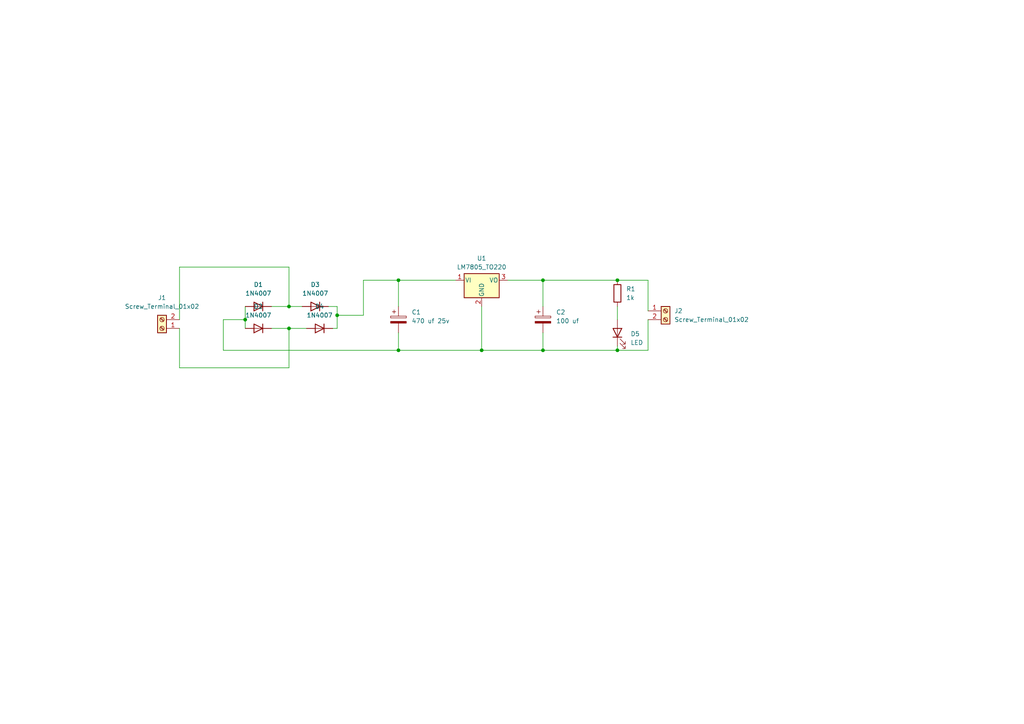
<source format=kicad_sch>
(kicad_sch
	(version 20231120)
	(generator "eeschema")
	(generator_version "8.0")
	(uuid "ff39258f-85be-41b2-a9da-923516b14ed2")
	(paper "A4")
	(title_block
		(title "Power Module")
		(date "2024-07-16")
		(company "Harsha")
	)
	(lib_symbols
		(symbol "Connector:Screw_Terminal_01x02"
			(pin_names
				(offset 1.016) hide)
			(exclude_from_sim no)
			(in_bom yes)
			(on_board yes)
			(property "Reference" "J"
				(at 0 2.54 0)
				(effects
					(font
						(size 1.27 1.27)
					)
				)
			)
			(property "Value" "Screw_Terminal_01x02"
				(at 0 -5.08 0)
				(effects
					(font
						(size 1.27 1.27)
					)
				)
			)
			(property "Footprint" ""
				(at 0 0 0)
				(effects
					(font
						(size 1.27 1.27)
					)
					(hide yes)
				)
			)
			(property "Datasheet" "~"
				(at 0 0 0)
				(effects
					(font
						(size 1.27 1.27)
					)
					(hide yes)
				)
			)
			(property "Description" "Generic screw terminal, single row, 01x02, script generated (kicad-library-utils/schlib/autogen/connector/)"
				(at 0 0 0)
				(effects
					(font
						(size 1.27 1.27)
					)
					(hide yes)
				)
			)
			(property "ki_keywords" "screw terminal"
				(at 0 0 0)
				(effects
					(font
						(size 1.27 1.27)
					)
					(hide yes)
				)
			)
			(property "ki_fp_filters" "TerminalBlock*:*"
				(at 0 0 0)
				(effects
					(font
						(size 1.27 1.27)
					)
					(hide yes)
				)
			)
			(symbol "Screw_Terminal_01x02_1_1"
				(rectangle
					(start -1.27 1.27)
					(end 1.27 -3.81)
					(stroke
						(width 0.254)
						(type default)
					)
					(fill
						(type background)
					)
				)
				(circle
					(center 0 -2.54)
					(radius 0.635)
					(stroke
						(width 0.1524)
						(type default)
					)
					(fill
						(type none)
					)
				)
				(polyline
					(pts
						(xy -0.5334 -2.2098) (xy 0.3302 -3.048)
					)
					(stroke
						(width 0.1524)
						(type default)
					)
					(fill
						(type none)
					)
				)
				(polyline
					(pts
						(xy -0.5334 0.3302) (xy 0.3302 -0.508)
					)
					(stroke
						(width 0.1524)
						(type default)
					)
					(fill
						(type none)
					)
				)
				(polyline
					(pts
						(xy -0.3556 -2.032) (xy 0.508 -2.8702)
					)
					(stroke
						(width 0.1524)
						(type default)
					)
					(fill
						(type none)
					)
				)
				(polyline
					(pts
						(xy -0.3556 0.508) (xy 0.508 -0.3302)
					)
					(stroke
						(width 0.1524)
						(type default)
					)
					(fill
						(type none)
					)
				)
				(circle
					(center 0 0)
					(radius 0.635)
					(stroke
						(width 0.1524)
						(type default)
					)
					(fill
						(type none)
					)
				)
				(pin passive line
					(at -5.08 0 0)
					(length 3.81)
					(name "Pin_1"
						(effects
							(font
								(size 1.27 1.27)
							)
						)
					)
					(number "1"
						(effects
							(font
								(size 1.27 1.27)
							)
						)
					)
				)
				(pin passive line
					(at -5.08 -2.54 0)
					(length 3.81)
					(name "Pin_2"
						(effects
							(font
								(size 1.27 1.27)
							)
						)
					)
					(number "2"
						(effects
							(font
								(size 1.27 1.27)
							)
						)
					)
				)
			)
		)
		(symbol "Device:C_Polarized"
			(pin_numbers hide)
			(pin_names
				(offset 0.254)
			)
			(exclude_from_sim no)
			(in_bom yes)
			(on_board yes)
			(property "Reference" "C"
				(at 0.635 2.54 0)
				(effects
					(font
						(size 1.27 1.27)
					)
					(justify left)
				)
			)
			(property "Value" "C_Polarized"
				(at 0.635 -2.54 0)
				(effects
					(font
						(size 1.27 1.27)
					)
					(justify left)
				)
			)
			(property "Footprint" ""
				(at 0.9652 -3.81 0)
				(effects
					(font
						(size 1.27 1.27)
					)
					(hide yes)
				)
			)
			(property "Datasheet" "~"
				(at 0 0 0)
				(effects
					(font
						(size 1.27 1.27)
					)
					(hide yes)
				)
			)
			(property "Description" "Polarized capacitor"
				(at 0 0 0)
				(effects
					(font
						(size 1.27 1.27)
					)
					(hide yes)
				)
			)
			(property "ki_keywords" "cap capacitor"
				(at 0 0 0)
				(effects
					(font
						(size 1.27 1.27)
					)
					(hide yes)
				)
			)
			(property "ki_fp_filters" "CP_*"
				(at 0 0 0)
				(effects
					(font
						(size 1.27 1.27)
					)
					(hide yes)
				)
			)
			(symbol "C_Polarized_0_1"
				(rectangle
					(start -2.286 0.508)
					(end 2.286 1.016)
					(stroke
						(width 0)
						(type default)
					)
					(fill
						(type none)
					)
				)
				(polyline
					(pts
						(xy -1.778 2.286) (xy -0.762 2.286)
					)
					(stroke
						(width 0)
						(type default)
					)
					(fill
						(type none)
					)
				)
				(polyline
					(pts
						(xy -1.27 2.794) (xy -1.27 1.778)
					)
					(stroke
						(width 0)
						(type default)
					)
					(fill
						(type none)
					)
				)
				(rectangle
					(start 2.286 -0.508)
					(end -2.286 -1.016)
					(stroke
						(width 0)
						(type default)
					)
					(fill
						(type outline)
					)
				)
			)
			(symbol "C_Polarized_1_1"
				(pin passive line
					(at 0 3.81 270)
					(length 2.794)
					(name "~"
						(effects
							(font
								(size 1.27 1.27)
							)
						)
					)
					(number "1"
						(effects
							(font
								(size 1.27 1.27)
							)
						)
					)
				)
				(pin passive line
					(at 0 -3.81 90)
					(length 2.794)
					(name "~"
						(effects
							(font
								(size 1.27 1.27)
							)
						)
					)
					(number "2"
						(effects
							(font
								(size 1.27 1.27)
							)
						)
					)
				)
			)
		)
		(symbol "Device:LED"
			(pin_numbers hide)
			(pin_names
				(offset 1.016) hide)
			(exclude_from_sim no)
			(in_bom yes)
			(on_board yes)
			(property "Reference" "D"
				(at 0 2.54 0)
				(effects
					(font
						(size 1.27 1.27)
					)
				)
			)
			(property "Value" "LED"
				(at 0 -2.54 0)
				(effects
					(font
						(size 1.27 1.27)
					)
				)
			)
			(property "Footprint" ""
				(at 0 0 0)
				(effects
					(font
						(size 1.27 1.27)
					)
					(hide yes)
				)
			)
			(property "Datasheet" "~"
				(at 0 0 0)
				(effects
					(font
						(size 1.27 1.27)
					)
					(hide yes)
				)
			)
			(property "Description" "Light emitting diode"
				(at 0 0 0)
				(effects
					(font
						(size 1.27 1.27)
					)
					(hide yes)
				)
			)
			(property "ki_keywords" "LED diode"
				(at 0 0 0)
				(effects
					(font
						(size 1.27 1.27)
					)
					(hide yes)
				)
			)
			(property "ki_fp_filters" "LED* LED_SMD:* LED_THT:*"
				(at 0 0 0)
				(effects
					(font
						(size 1.27 1.27)
					)
					(hide yes)
				)
			)
			(symbol "LED_0_1"
				(polyline
					(pts
						(xy -1.27 -1.27) (xy -1.27 1.27)
					)
					(stroke
						(width 0.254)
						(type default)
					)
					(fill
						(type none)
					)
				)
				(polyline
					(pts
						(xy -1.27 0) (xy 1.27 0)
					)
					(stroke
						(width 0)
						(type default)
					)
					(fill
						(type none)
					)
				)
				(polyline
					(pts
						(xy 1.27 -1.27) (xy 1.27 1.27) (xy -1.27 0) (xy 1.27 -1.27)
					)
					(stroke
						(width 0.254)
						(type default)
					)
					(fill
						(type none)
					)
				)
				(polyline
					(pts
						(xy -3.048 -0.762) (xy -4.572 -2.286) (xy -3.81 -2.286) (xy -4.572 -2.286) (xy -4.572 -1.524)
					)
					(stroke
						(width 0)
						(type default)
					)
					(fill
						(type none)
					)
				)
				(polyline
					(pts
						(xy -1.778 -0.762) (xy -3.302 -2.286) (xy -2.54 -2.286) (xy -3.302 -2.286) (xy -3.302 -1.524)
					)
					(stroke
						(width 0)
						(type default)
					)
					(fill
						(type none)
					)
				)
			)
			(symbol "LED_1_1"
				(pin passive line
					(at -3.81 0 0)
					(length 2.54)
					(name "K"
						(effects
							(font
								(size 1.27 1.27)
							)
						)
					)
					(number "1"
						(effects
							(font
								(size 1.27 1.27)
							)
						)
					)
				)
				(pin passive line
					(at 3.81 0 180)
					(length 2.54)
					(name "A"
						(effects
							(font
								(size 1.27 1.27)
							)
						)
					)
					(number "2"
						(effects
							(font
								(size 1.27 1.27)
							)
						)
					)
				)
			)
		)
		(symbol "Device:R"
			(pin_numbers hide)
			(pin_names
				(offset 0)
			)
			(exclude_from_sim no)
			(in_bom yes)
			(on_board yes)
			(property "Reference" "R"
				(at 2.032 0 90)
				(effects
					(font
						(size 1.27 1.27)
					)
				)
			)
			(property "Value" "R"
				(at 0 0 90)
				(effects
					(font
						(size 1.27 1.27)
					)
				)
			)
			(property "Footprint" ""
				(at -1.778 0 90)
				(effects
					(font
						(size 1.27 1.27)
					)
					(hide yes)
				)
			)
			(property "Datasheet" "~"
				(at 0 0 0)
				(effects
					(font
						(size 1.27 1.27)
					)
					(hide yes)
				)
			)
			(property "Description" "Resistor"
				(at 0 0 0)
				(effects
					(font
						(size 1.27 1.27)
					)
					(hide yes)
				)
			)
			(property "ki_keywords" "R res resistor"
				(at 0 0 0)
				(effects
					(font
						(size 1.27 1.27)
					)
					(hide yes)
				)
			)
			(property "ki_fp_filters" "R_*"
				(at 0 0 0)
				(effects
					(font
						(size 1.27 1.27)
					)
					(hide yes)
				)
			)
			(symbol "R_0_1"
				(rectangle
					(start -1.016 -2.54)
					(end 1.016 2.54)
					(stroke
						(width 0.254)
						(type default)
					)
					(fill
						(type none)
					)
				)
			)
			(symbol "R_1_1"
				(pin passive line
					(at 0 3.81 270)
					(length 1.27)
					(name "~"
						(effects
							(font
								(size 1.27 1.27)
							)
						)
					)
					(number "1"
						(effects
							(font
								(size 1.27 1.27)
							)
						)
					)
				)
				(pin passive line
					(at 0 -3.81 90)
					(length 1.27)
					(name "~"
						(effects
							(font
								(size 1.27 1.27)
							)
						)
					)
					(number "2"
						(effects
							(font
								(size 1.27 1.27)
							)
						)
					)
				)
			)
		)
		(symbol "Diode:1N4007"
			(pin_numbers hide)
			(pin_names hide)
			(exclude_from_sim no)
			(in_bom yes)
			(on_board yes)
			(property "Reference" "D"
				(at 0 2.54 0)
				(effects
					(font
						(size 1.27 1.27)
					)
				)
			)
			(property "Value" "1N4007"
				(at 0 -2.54 0)
				(effects
					(font
						(size 1.27 1.27)
					)
				)
			)
			(property "Footprint" "Diode_THT:D_DO-41_SOD81_P10.16mm_Horizontal"
				(at 0 -4.445 0)
				(effects
					(font
						(size 1.27 1.27)
					)
					(hide yes)
				)
			)
			(property "Datasheet" "http://www.vishay.com/docs/88503/1n4001.pdf"
				(at 0 0 0)
				(effects
					(font
						(size 1.27 1.27)
					)
					(hide yes)
				)
			)
			(property "Description" "1000V 1A General Purpose Rectifier Diode, DO-41"
				(at 0 0 0)
				(effects
					(font
						(size 1.27 1.27)
					)
					(hide yes)
				)
			)
			(property "Sim.Device" "D"
				(at 0 0 0)
				(effects
					(font
						(size 1.27 1.27)
					)
					(hide yes)
				)
			)
			(property "Sim.Pins" "1=K 2=A"
				(at 0 0 0)
				(effects
					(font
						(size 1.27 1.27)
					)
					(hide yes)
				)
			)
			(property "ki_keywords" "diode"
				(at 0 0 0)
				(effects
					(font
						(size 1.27 1.27)
					)
					(hide yes)
				)
			)
			(property "ki_fp_filters" "D*DO?41*"
				(at 0 0 0)
				(effects
					(font
						(size 1.27 1.27)
					)
					(hide yes)
				)
			)
			(symbol "1N4007_0_1"
				(polyline
					(pts
						(xy -1.27 1.27) (xy -1.27 -1.27)
					)
					(stroke
						(width 0.254)
						(type default)
					)
					(fill
						(type none)
					)
				)
				(polyline
					(pts
						(xy 1.27 0) (xy -1.27 0)
					)
					(stroke
						(width 0)
						(type default)
					)
					(fill
						(type none)
					)
				)
				(polyline
					(pts
						(xy 1.27 1.27) (xy 1.27 -1.27) (xy -1.27 0) (xy 1.27 1.27)
					)
					(stroke
						(width 0.254)
						(type default)
					)
					(fill
						(type none)
					)
				)
			)
			(symbol "1N4007_1_1"
				(pin passive line
					(at -3.81 0 0)
					(length 2.54)
					(name "K"
						(effects
							(font
								(size 1.27 1.27)
							)
						)
					)
					(number "1"
						(effects
							(font
								(size 1.27 1.27)
							)
						)
					)
				)
				(pin passive line
					(at 3.81 0 180)
					(length 2.54)
					(name "A"
						(effects
							(font
								(size 1.27 1.27)
							)
						)
					)
					(number "2"
						(effects
							(font
								(size 1.27 1.27)
							)
						)
					)
				)
			)
		)
		(symbol "Regulator_Linear:LM7805_TO220"
			(pin_names
				(offset 0.254)
			)
			(exclude_from_sim no)
			(in_bom yes)
			(on_board yes)
			(property "Reference" "U"
				(at -3.81 3.175 0)
				(effects
					(font
						(size 1.27 1.27)
					)
				)
			)
			(property "Value" "LM7805_TO220"
				(at 0 3.175 0)
				(effects
					(font
						(size 1.27 1.27)
					)
					(justify left)
				)
			)
			(property "Footprint" "Package_TO_SOT_THT:TO-220-3_Vertical"
				(at 0 5.715 0)
				(effects
					(font
						(size 1.27 1.27)
						(italic yes)
					)
					(hide yes)
				)
			)
			(property "Datasheet" "https://www.onsemi.cn/PowerSolutions/document/MC7800-D.PDF"
				(at 0 -1.27 0)
				(effects
					(font
						(size 1.27 1.27)
					)
					(hide yes)
				)
			)
			(property "Description" "Positive 1A 35V Linear Regulator, Fixed Output 5V, TO-220"
				(at 0 0 0)
				(effects
					(font
						(size 1.27 1.27)
					)
					(hide yes)
				)
			)
			(property "ki_keywords" "Voltage Regulator 1A Positive"
				(at 0 0 0)
				(effects
					(font
						(size 1.27 1.27)
					)
					(hide yes)
				)
			)
			(property "ki_fp_filters" "TO?220*"
				(at 0 0 0)
				(effects
					(font
						(size 1.27 1.27)
					)
					(hide yes)
				)
			)
			(symbol "LM7805_TO220_0_1"
				(rectangle
					(start -5.08 1.905)
					(end 5.08 -5.08)
					(stroke
						(width 0.254)
						(type default)
					)
					(fill
						(type background)
					)
				)
			)
			(symbol "LM7805_TO220_1_1"
				(pin power_in line
					(at -7.62 0 0)
					(length 2.54)
					(name "VI"
						(effects
							(font
								(size 1.27 1.27)
							)
						)
					)
					(number "1"
						(effects
							(font
								(size 1.27 1.27)
							)
						)
					)
				)
				(pin power_in line
					(at 0 -7.62 90)
					(length 2.54)
					(name "GND"
						(effects
							(font
								(size 1.27 1.27)
							)
						)
					)
					(number "2"
						(effects
							(font
								(size 1.27 1.27)
							)
						)
					)
				)
				(pin power_out line
					(at 7.62 0 180)
					(length 2.54)
					(name "VO"
						(effects
							(font
								(size 1.27 1.27)
							)
						)
					)
					(number "3"
						(effects
							(font
								(size 1.27 1.27)
							)
						)
					)
				)
			)
		)
	)
	(junction
		(at 179.07 101.6)
		(diameter 0)
		(color 0 0 0 0)
		(uuid "37bf60e0-4f84-4611-a8ba-63146f636b1f")
	)
	(junction
		(at 115.57 101.6)
		(diameter 0)
		(color 0 0 0 0)
		(uuid "52d01af9-a20c-4d0f-9411-cebdfa6ae962")
	)
	(junction
		(at 139.7 101.6)
		(diameter 0)
		(color 0 0 0 0)
		(uuid "5fc076d5-8168-4433-8add-61118e926217")
	)
	(junction
		(at 83.82 95.25)
		(diameter 0)
		(color 0 0 0 0)
		(uuid "ac60c468-0e8e-4348-b3b0-4cac20f2adeb")
	)
	(junction
		(at 157.48 81.28)
		(diameter 0)
		(color 0 0 0 0)
		(uuid "b32d9c9c-2639-4792-b9ec-70ec5d8e9883")
	)
	(junction
		(at 97.79 91.44)
		(diameter 0)
		(color 0 0 0 0)
		(uuid "c0fbe56b-4564-4f4f-b1a6-85a8dcf2c35b")
	)
	(junction
		(at 157.48 101.6)
		(diameter 0)
		(color 0 0 0 0)
		(uuid "c9a36f2e-df33-485b-9ddf-5727dd1a91de")
	)
	(junction
		(at 83.82 88.9)
		(diameter 0)
		(color 0 0 0 0)
		(uuid "e59ac6cb-663d-4c98-8aef-af684662afe0")
	)
	(junction
		(at 71.12 92.71)
		(diameter 0)
		(color 0 0 0 0)
		(uuid "ea55abce-9a79-41bd-993c-37d281827e44")
	)
	(junction
		(at 115.57 81.28)
		(diameter 0)
		(color 0 0 0 0)
		(uuid "ec9f3e5b-80bb-454e-9d04-64e3b2c63aed")
	)
	(junction
		(at 179.07 81.28)
		(diameter 0)
		(color 0 0 0 0)
		(uuid "f7036d16-b9c7-4567-ba5f-5e5b6babef35")
	)
	(wire
		(pts
			(xy 97.79 91.44) (xy 105.41 91.44)
		)
		(stroke
			(width 0)
			(type default)
		)
		(uuid "03dd2b9c-5339-4776-9987-f06aed0be238")
	)
	(wire
		(pts
			(xy 139.7 101.6) (xy 139.7 88.9)
		)
		(stroke
			(width 0)
			(type default)
		)
		(uuid "0cb76551-be48-47a0-83bc-1d41dc9cbda5")
	)
	(wire
		(pts
			(xy 83.82 106.68) (xy 83.82 95.25)
		)
		(stroke
			(width 0)
			(type default)
		)
		(uuid "0ec87421-dc46-4733-b02d-46ef30ad4188")
	)
	(wire
		(pts
			(xy 157.48 96.52) (xy 157.48 101.6)
		)
		(stroke
			(width 0)
			(type default)
		)
		(uuid "150cdea2-a308-4857-b156-90729bab7adc")
	)
	(wire
		(pts
			(xy 52.07 77.47) (xy 83.82 77.47)
		)
		(stroke
			(width 0)
			(type default)
		)
		(uuid "1c3243c6-475b-4fb4-8a27-0d4bcaa3f14d")
	)
	(wire
		(pts
			(xy 179.07 101.6) (xy 179.07 100.33)
		)
		(stroke
			(width 0)
			(type default)
		)
		(uuid "1eb942cc-f544-41a0-9303-294094b166cf")
	)
	(wire
		(pts
			(xy 52.07 106.68) (xy 83.82 106.68)
		)
		(stroke
			(width 0)
			(type default)
		)
		(uuid "24447d33-ef25-4e67-85ed-26b17eee03e9")
	)
	(wire
		(pts
			(xy 71.12 92.71) (xy 64.77 92.71)
		)
		(stroke
			(width 0)
			(type default)
		)
		(uuid "26ba60d0-1012-4d88-b86e-a7d5768dd52e")
	)
	(wire
		(pts
			(xy 187.96 81.28) (xy 179.07 81.28)
		)
		(stroke
			(width 0)
			(type default)
		)
		(uuid "3f36dc48-df3b-4865-b5ae-c4955c6b5ea3")
	)
	(wire
		(pts
			(xy 157.48 81.28) (xy 157.48 88.9)
		)
		(stroke
			(width 0)
			(type default)
		)
		(uuid "41bbc898-6799-4a01-951f-a221f9dfdec8")
	)
	(wire
		(pts
			(xy 71.12 92.71) (xy 71.12 95.25)
		)
		(stroke
			(width 0)
			(type default)
		)
		(uuid "4dce4623-ac1b-4a93-be44-e965268cd785")
	)
	(wire
		(pts
			(xy 52.07 95.25) (xy 52.07 106.68)
		)
		(stroke
			(width 0)
			(type default)
		)
		(uuid "4ef17e95-49b4-43b1-8b6d-5f523c3d8f3f")
	)
	(wire
		(pts
			(xy 71.12 88.9) (xy 71.12 92.71)
		)
		(stroke
			(width 0)
			(type default)
		)
		(uuid "5a617773-b4e5-405e-921c-0fd64b9f4741")
	)
	(wire
		(pts
			(xy 83.82 95.25) (xy 88.9 95.25)
		)
		(stroke
			(width 0)
			(type default)
		)
		(uuid "5b023bf8-be0a-4e2e-9c4b-70bd654b4ee8")
	)
	(wire
		(pts
			(xy 187.96 101.6) (xy 179.07 101.6)
		)
		(stroke
			(width 0)
			(type default)
		)
		(uuid "5db3ca82-3f1b-41ba-8a4c-0f6667b3422f")
	)
	(wire
		(pts
			(xy 179.07 88.9) (xy 179.07 92.71)
		)
		(stroke
			(width 0)
			(type default)
		)
		(uuid "6be74129-a79c-4614-bfde-deb202692068")
	)
	(wire
		(pts
			(xy 105.41 81.28) (xy 115.57 81.28)
		)
		(stroke
			(width 0)
			(type default)
		)
		(uuid "77d343a9-e5e8-493b-a803-94562aa9232b")
	)
	(wire
		(pts
			(xy 83.82 77.47) (xy 83.82 88.9)
		)
		(stroke
			(width 0)
			(type default)
		)
		(uuid "8099b146-5f1e-4471-b41e-a5be0345ce00")
	)
	(wire
		(pts
			(xy 83.82 88.9) (xy 87.63 88.9)
		)
		(stroke
			(width 0)
			(type default)
		)
		(uuid "88a04d38-2393-4d8c-a84c-98cf760a958b")
	)
	(wire
		(pts
			(xy 157.48 101.6) (xy 179.07 101.6)
		)
		(stroke
			(width 0)
			(type default)
		)
		(uuid "8f838a56-b548-44b8-9a03-b53a7aa7821c")
	)
	(wire
		(pts
			(xy 115.57 96.52) (xy 115.57 101.6)
		)
		(stroke
			(width 0)
			(type default)
		)
		(uuid "92b8d443-69ed-4431-b873-e9da218d256e")
	)
	(wire
		(pts
			(xy 115.57 101.6) (xy 139.7 101.6)
		)
		(stroke
			(width 0)
			(type default)
		)
		(uuid "9360e730-85c0-413b-a005-0fbaa8826e8a")
	)
	(wire
		(pts
			(xy 187.96 92.71) (xy 187.96 101.6)
		)
		(stroke
			(width 0)
			(type default)
		)
		(uuid "953df231-3023-4723-8f3c-d0ef1fe14129")
	)
	(wire
		(pts
			(xy 147.32 81.28) (xy 157.48 81.28)
		)
		(stroke
			(width 0)
			(type default)
		)
		(uuid "9f8fff6a-61f8-481c-971d-aa8bb03a6c42")
	)
	(wire
		(pts
			(xy 64.77 92.71) (xy 64.77 101.6)
		)
		(stroke
			(width 0)
			(type default)
		)
		(uuid "ae0fa19b-c818-4477-b76d-66380e717e51")
	)
	(wire
		(pts
			(xy 157.48 81.28) (xy 179.07 81.28)
		)
		(stroke
			(width 0)
			(type default)
		)
		(uuid "b7a82db7-d93a-49b9-ac61-e648e809ef69")
	)
	(wire
		(pts
			(xy 187.96 90.17) (xy 187.96 81.28)
		)
		(stroke
			(width 0)
			(type default)
		)
		(uuid "b982b89d-04eb-4093-9727-f7cf56d39219")
	)
	(wire
		(pts
			(xy 78.74 88.9) (xy 83.82 88.9)
		)
		(stroke
			(width 0)
			(type default)
		)
		(uuid "bdcb6692-9203-43ce-b287-c2e45683c983")
	)
	(wire
		(pts
			(xy 52.07 92.71) (xy 52.07 77.47)
		)
		(stroke
			(width 0)
			(type default)
		)
		(uuid "cf88587f-9913-411a-a1a6-f9a834dab68c")
	)
	(wire
		(pts
			(xy 105.41 91.44) (xy 105.41 81.28)
		)
		(stroke
			(width 0)
			(type default)
		)
		(uuid "dcb7e303-f9a8-41ca-9aec-d34de813beab")
	)
	(wire
		(pts
			(xy 95.25 88.9) (xy 97.79 88.9)
		)
		(stroke
			(width 0)
			(type default)
		)
		(uuid "ddfa916d-3b04-411c-9aa2-f685e7605311")
	)
	(wire
		(pts
			(xy 97.79 88.9) (xy 97.79 91.44)
		)
		(stroke
			(width 0)
			(type default)
		)
		(uuid "e7ebe2a8-5522-4ddf-add0-d25fd77b63bc")
	)
	(wire
		(pts
			(xy 97.79 95.25) (xy 96.52 95.25)
		)
		(stroke
			(width 0)
			(type default)
		)
		(uuid "ee405bcf-4c0e-4461-b597-5a4ccef5b4f8")
	)
	(wire
		(pts
			(xy 115.57 81.28) (xy 115.57 88.9)
		)
		(stroke
			(width 0)
			(type default)
		)
		(uuid "f14026d1-06a0-4f49-a4e5-acac0aa8ef5b")
	)
	(wire
		(pts
			(xy 64.77 101.6) (xy 115.57 101.6)
		)
		(stroke
			(width 0)
			(type default)
		)
		(uuid "f24dc780-9c19-457b-b29d-ec226fc6e46a")
	)
	(wire
		(pts
			(xy 97.79 91.44) (xy 97.79 95.25)
		)
		(stroke
			(width 0)
			(type default)
		)
		(uuid "f2ccc27b-c927-4264-aadc-46f4356ab9a0")
	)
	(wire
		(pts
			(xy 157.48 101.6) (xy 139.7 101.6)
		)
		(stroke
			(width 0)
			(type default)
		)
		(uuid "f3bfa053-4574-4aff-b89d-0ec950a1b62e")
	)
	(wire
		(pts
			(xy 78.74 95.25) (xy 83.82 95.25)
		)
		(stroke
			(width 0)
			(type default)
		)
		(uuid "f9f8606d-f572-4dfa-92ba-c3d0c60c74e8")
	)
	(wire
		(pts
			(xy 115.57 81.28) (xy 132.08 81.28)
		)
		(stroke
			(width 0)
			(type default)
		)
		(uuid "fc25a115-1d33-497b-a5a1-d51a95a0a129")
	)
	(symbol
		(lib_id "Device:C_Polarized")
		(at 115.57 92.71 0)
		(unit 1)
		(exclude_from_sim no)
		(in_bom yes)
		(on_board yes)
		(dnp no)
		(fields_autoplaced yes)
		(uuid "2bded53b-6682-4d7e-88d2-2d38a66e1e06")
		(property "Reference" "C1"
			(at 119.38 90.5509 0)
			(effects
				(font
					(size 1.27 1.27)
				)
				(justify left)
			)
		)
		(property "Value" "470 uf 25v"
			(at 119.38 93.0909 0)
			(effects
				(font
					(size 1.27 1.27)
				)
				(justify left)
			)
		)
		(property "Footprint" "Capacitor_THT:CP_Radial_D8.0mm_P3.50mm"
			(at 116.5352 96.52 0)
			(effects
				(font
					(size 1.27 1.27)
				)
				(hide yes)
			)
		)
		(property "Datasheet" "~"
			(at 115.57 92.71 0)
			(effects
				(font
					(size 1.27 1.27)
				)
				(hide yes)
			)
		)
		(property "Description" "Polarized capacitor"
			(at 115.57 92.71 0)
			(effects
				(font
					(size 1.27 1.27)
				)
				(hide yes)
			)
		)
		(pin "2"
			(uuid "8eb13a19-9980-411e-b99f-6762ddff1449")
		)
		(pin "1"
			(uuid "516e0b6d-156d-4581-a86c-907d573c1d80")
		)
		(instances
			(project ""
				(path "/ff39258f-85be-41b2-a9da-923516b14ed2"
					(reference "C1")
					(unit 1)
				)
			)
		)
	)
	(symbol
		(lib_id "Device:R")
		(at 179.07 85.09 0)
		(unit 1)
		(exclude_from_sim no)
		(in_bom yes)
		(on_board yes)
		(dnp no)
		(fields_autoplaced yes)
		(uuid "41f11913-b413-4442-b975-85ff0ac98a77")
		(property "Reference" "R1"
			(at 181.61 83.8199 0)
			(effects
				(font
					(size 1.27 1.27)
				)
				(justify left)
			)
		)
		(property "Value" "1k"
			(at 181.61 86.3599 0)
			(effects
				(font
					(size 1.27 1.27)
				)
				(justify left)
			)
		)
		(property "Footprint" "Relay_THT:Relay_DPDT_Omron_G5V-2"
			(at 177.292 85.09 90)
			(effects
				(font
					(size 1.27 1.27)
				)
				(hide yes)
			)
		)
		(property "Datasheet" "~"
			(at 179.07 85.09 0)
			(effects
				(font
					(size 1.27 1.27)
				)
				(hide yes)
			)
		)
		(property "Description" "Resistor"
			(at 179.07 85.09 0)
			(effects
				(font
					(size 1.27 1.27)
				)
				(hide yes)
			)
		)
		(pin "1"
			(uuid "33642e70-e68b-4d06-a59c-d7759b9955c8")
		)
		(pin "2"
			(uuid "389cb0c2-d871-405f-bf4f-327facd5ea16")
		)
		(instances
			(project ""
				(path "/ff39258f-85be-41b2-a9da-923516b14ed2"
					(reference "R1")
					(unit 1)
				)
			)
		)
	)
	(symbol
		(lib_id "Device:LED")
		(at 179.07 96.52 90)
		(unit 1)
		(exclude_from_sim no)
		(in_bom yes)
		(on_board yes)
		(dnp no)
		(fields_autoplaced yes)
		(uuid "54f96d22-d321-4f95-8c6c-9eccb4863ff5")
		(property "Reference" "D5"
			(at 182.88 96.8374 90)
			(effects
				(font
					(size 1.27 1.27)
				)
				(justify right)
			)
		)
		(property "Value" "LED"
			(at 182.88 99.3774 90)
			(effects
				(font
					(size 1.27 1.27)
				)
				(justify right)
			)
		)
		(property "Footprint" "LED_THT:LED_D5.0mm"
			(at 179.07 96.52 0)
			(effects
				(font
					(size 1.27 1.27)
				)
				(hide yes)
			)
		)
		(property "Datasheet" "~"
			(at 179.07 96.52 0)
			(effects
				(font
					(size 1.27 1.27)
				)
				(hide yes)
			)
		)
		(property "Description" "Light emitting diode"
			(at 179.07 96.52 0)
			(effects
				(font
					(size 1.27 1.27)
				)
				(hide yes)
			)
		)
		(pin "2"
			(uuid "0209195a-69cc-418f-8cbd-f8eb61cf8917")
		)
		(pin "1"
			(uuid "37ff0e7c-1852-4525-8c2a-7cba31080584")
		)
		(instances
			(project ""
				(path "/ff39258f-85be-41b2-a9da-923516b14ed2"
					(reference "D5")
					(unit 1)
				)
			)
		)
	)
	(symbol
		(lib_id "Connector:Screw_Terminal_01x02")
		(at 193.04 90.17 0)
		(unit 1)
		(exclude_from_sim no)
		(in_bom yes)
		(on_board yes)
		(dnp no)
		(fields_autoplaced yes)
		(uuid "6999bcd5-6ab1-4096-8062-c3015287a95b")
		(property "Reference" "J2"
			(at 195.58 90.1699 0)
			(effects
				(font
					(size 1.27 1.27)
				)
				(justify left)
			)
		)
		(property "Value" "Screw_Terminal_01x02"
			(at 195.58 92.7099 0)
			(effects
				(font
					(size 1.27 1.27)
				)
				(justify left)
			)
		)
		(property "Footprint" "TerminalBlock:TerminalBlock_Wuerth_691311400102_P7.62mm"
			(at 193.04 90.17 0)
			(effects
				(font
					(size 1.27 1.27)
				)
				(hide yes)
			)
		)
		(property "Datasheet" "~"
			(at 193.04 90.17 0)
			(effects
				(font
					(size 1.27 1.27)
				)
				(hide yes)
			)
		)
		(property "Description" "Generic screw terminal, single row, 01x02, script generated (kicad-library-utils/schlib/autogen/connector/)"
			(at 193.04 90.17 0)
			(effects
				(font
					(size 1.27 1.27)
				)
				(hide yes)
			)
		)
		(pin "2"
			(uuid "c429e979-d8be-478e-a52d-cc8dec49ebb4")
		)
		(pin "1"
			(uuid "462588c9-7d4e-4122-a5b7-61abb0d9df13")
		)
		(instances
			(project ""
				(path "/ff39258f-85be-41b2-a9da-923516b14ed2"
					(reference "J2")
					(unit 1)
				)
			)
		)
	)
	(symbol
		(lib_id "Device:C_Polarized")
		(at 157.48 92.71 0)
		(unit 1)
		(exclude_from_sim no)
		(in_bom yes)
		(on_board yes)
		(dnp no)
		(fields_autoplaced yes)
		(uuid "6c9dc212-477f-4fd5-88da-5895cb48ed18")
		(property "Reference" "C2"
			(at 161.29 90.5509 0)
			(effects
				(font
					(size 1.27 1.27)
				)
				(justify left)
			)
		)
		(property "Value" "100 uf"
			(at 161.29 93.0909 0)
			(effects
				(font
					(size 1.27 1.27)
				)
				(justify left)
			)
		)
		(property "Footprint" "Capacitor_THT:CP_Radial_D7.5mm_P2.50mm"
			(at 158.4452 96.52 0)
			(effects
				(font
					(size 1.27 1.27)
				)
				(hide yes)
			)
		)
		(property "Datasheet" "~"
			(at 157.48 92.71 0)
			(effects
				(font
					(size 1.27 1.27)
				)
				(hide yes)
			)
		)
		(property "Description" "Polarized capacitor"
			(at 157.48 92.71 0)
			(effects
				(font
					(size 1.27 1.27)
				)
				(hide yes)
			)
		)
		(pin "1"
			(uuid "9777ceb8-83f2-40b1-8ce0-f4811cde0406")
		)
		(pin "2"
			(uuid "ad71ab42-ec91-44d9-bd59-fdb1096d53d5")
		)
		(instances
			(project ""
				(path "/ff39258f-85be-41b2-a9da-923516b14ed2"
					(reference "C2")
					(unit 1)
				)
			)
		)
	)
	(symbol
		(lib_id "Diode:1N4007")
		(at 92.71 95.25 180)
		(unit 1)
		(exclude_from_sim no)
		(in_bom yes)
		(on_board yes)
		(dnp no)
		(fields_autoplaced yes)
		(uuid "78267b6f-86c2-48a4-9cb8-7f559fe4b1c1")
		(property "Reference" "D4"
			(at 92.71 88.9 0)
			(effects
				(font
					(size 1.27 1.27)
				)
			)
		)
		(property "Value" "1N4007"
			(at 92.71 91.44 0)
			(effects
				(font
					(size 1.27 1.27)
				)
			)
		)
		(property "Footprint" "Diode_THT:D_DO-41_SOD81_P10.16mm_Horizontal"
			(at 92.71 90.805 0)
			(effects
				(font
					(size 1.27 1.27)
				)
				(hide yes)
			)
		)
		(property "Datasheet" "http://www.vishay.com/docs/88503/1n4001.pdf"
			(at 92.71 95.25 0)
			(effects
				(font
					(size 1.27 1.27)
				)
				(hide yes)
			)
		)
		(property "Description" "1000V 1A General Purpose Rectifier Diode, DO-41"
			(at 92.71 95.25 0)
			(effects
				(font
					(size 1.27 1.27)
				)
				(hide yes)
			)
		)
		(property "Sim.Device" "D"
			(at 92.71 95.25 0)
			(effects
				(font
					(size 1.27 1.27)
				)
				(hide yes)
			)
		)
		(property "Sim.Pins" "1=K 2=A"
			(at 92.71 95.25 0)
			(effects
				(font
					(size 1.27 1.27)
				)
				(hide yes)
			)
		)
		(pin "2"
			(uuid "74527824-e304-4c14-a626-f65d921d960f")
		)
		(pin "1"
			(uuid "f6989371-ed6c-4de0-b6b8-ca755e4e1563")
		)
		(instances
			(project ""
				(path "/ff39258f-85be-41b2-a9da-923516b14ed2"
					(reference "D4")
					(unit 1)
				)
			)
		)
	)
	(symbol
		(lib_id "Connector:Screw_Terminal_01x02")
		(at 46.99 95.25 180)
		(unit 1)
		(exclude_from_sim no)
		(in_bom yes)
		(on_board yes)
		(dnp no)
		(fields_autoplaced yes)
		(uuid "7e233063-7d41-4714-9201-caf1ce4b8d58")
		(property "Reference" "J1"
			(at 46.99 86.36 0)
			(effects
				(font
					(size 1.27 1.27)
				)
			)
		)
		(property "Value" "Screw_Terminal_01x02"
			(at 46.99 88.9 0)
			(effects
				(font
					(size 1.27 1.27)
				)
			)
		)
		(property "Footprint" "TerminalBlock:TerminalBlock_Wuerth_691311400102_P7.62mm"
			(at 46.99 95.25 0)
			(effects
				(font
					(size 1.27 1.27)
				)
				(hide yes)
			)
		)
		(property "Datasheet" "~"
			(at 46.99 95.25 0)
			(effects
				(font
					(size 1.27 1.27)
				)
				(hide yes)
			)
		)
		(property "Description" "Generic screw terminal, single row, 01x02, script generated (kicad-library-utils/schlib/autogen/connector/)"
			(at 46.99 95.25 0)
			(effects
				(font
					(size 1.27 1.27)
				)
				(hide yes)
			)
		)
		(pin "1"
			(uuid "bf5ea2c7-211b-493a-ac35-e16d06610601")
		)
		(pin "2"
			(uuid "1dc55149-bbca-46bd-8467-f4c95c3dee7f")
		)
		(instances
			(project ""
				(path "/ff39258f-85be-41b2-a9da-923516b14ed2"
					(reference "J1")
					(unit 1)
				)
			)
		)
	)
	(symbol
		(lib_id "Diode:1N4007")
		(at 74.93 95.25 180)
		(unit 1)
		(exclude_from_sim no)
		(in_bom yes)
		(on_board yes)
		(dnp no)
		(fields_autoplaced yes)
		(uuid "84b4b7e2-d839-4cfc-ae21-831b8350b243")
		(property "Reference" "D2"
			(at 74.93 88.9 0)
			(effects
				(font
					(size 1.27 1.27)
				)
			)
		)
		(property "Value" "1N4007"
			(at 74.93 91.44 0)
			(effects
				(font
					(size 1.27 1.27)
				)
			)
		)
		(property "Footprint" "Diode_THT:D_DO-41_SOD81_P10.16mm_Horizontal"
			(at 74.93 90.805 0)
			(effects
				(font
					(size 1.27 1.27)
				)
				(hide yes)
			)
		)
		(property "Datasheet" "http://www.vishay.com/docs/88503/1n4001.pdf"
			(at 74.93 95.25 0)
			(effects
				(font
					(size 1.27 1.27)
				)
				(hide yes)
			)
		)
		(property "Description" "1000V 1A General Purpose Rectifier Diode, DO-41"
			(at 74.93 95.25 0)
			(effects
				(font
					(size 1.27 1.27)
				)
				(hide yes)
			)
		)
		(property "Sim.Device" "D"
			(at 74.93 95.25 0)
			(effects
				(font
					(size 1.27 1.27)
				)
				(hide yes)
			)
		)
		(property "Sim.Pins" "1=K 2=A"
			(at 74.93 95.25 0)
			(effects
				(font
					(size 1.27 1.27)
				)
				(hide yes)
			)
		)
		(pin "1"
			(uuid "bb188988-56fe-4192-aff8-8ba33d4fd414")
		)
		(pin "2"
			(uuid "cdaf028f-fe0e-4acb-886d-12846b71c583")
		)
		(instances
			(project ""
				(path "/ff39258f-85be-41b2-a9da-923516b14ed2"
					(reference "D2")
					(unit 1)
				)
			)
		)
	)
	(symbol
		(lib_id "Diode:1N4007")
		(at 91.44 88.9 180)
		(unit 1)
		(exclude_from_sim no)
		(in_bom yes)
		(on_board yes)
		(dnp no)
		(fields_autoplaced yes)
		(uuid "9b2d3bc8-10ec-4566-b574-d2c4452baf87")
		(property "Reference" "D3"
			(at 91.44 82.55 0)
			(effects
				(font
					(size 1.27 1.27)
				)
			)
		)
		(property "Value" "1N4007"
			(at 91.44 85.09 0)
			(effects
				(font
					(size 1.27 1.27)
				)
			)
		)
		(property "Footprint" "Diode_THT:D_DO-41_SOD81_P10.16mm_Horizontal"
			(at 91.44 84.455 0)
			(effects
				(font
					(size 1.27 1.27)
				)
				(hide yes)
			)
		)
		(property "Datasheet" "http://www.vishay.com/docs/88503/1n4001.pdf"
			(at 91.44 88.9 0)
			(effects
				(font
					(size 1.27 1.27)
				)
				(hide yes)
			)
		)
		(property "Description" "1000V 1A General Purpose Rectifier Diode, DO-41"
			(at 91.44 88.9 0)
			(effects
				(font
					(size 1.27 1.27)
				)
				(hide yes)
			)
		)
		(property "Sim.Device" "D"
			(at 91.44 88.9 0)
			(effects
				(font
					(size 1.27 1.27)
				)
				(hide yes)
			)
		)
		(property "Sim.Pins" "1=K 2=A"
			(at 91.44 88.9 0)
			(effects
				(font
					(size 1.27 1.27)
				)
				(hide yes)
			)
		)
		(pin "2"
			(uuid "cace59de-c66e-4413-a26b-2c13993f5343")
		)
		(pin "1"
			(uuid "1fb18944-7ace-4b98-bbdb-9d4d51f744be")
		)
		(instances
			(project ""
				(path "/ff39258f-85be-41b2-a9da-923516b14ed2"
					(reference "D3")
					(unit 1)
				)
			)
		)
	)
	(symbol
		(lib_id "Regulator_Linear:LM7805_TO220")
		(at 139.7 81.28 0)
		(unit 1)
		(exclude_from_sim no)
		(in_bom yes)
		(on_board yes)
		(dnp no)
		(fields_autoplaced yes)
		(uuid "a8c9f15a-5f58-4f43-b6a8-23e4cff060a6")
		(property "Reference" "U1"
			(at 139.7 74.93 0)
			(effects
				(font
					(size 1.27 1.27)
				)
			)
		)
		(property "Value" "LM7805_TO220"
			(at 139.7 77.47 0)
			(effects
				(font
					(size 1.27 1.27)
				)
			)
		)
		(property "Footprint" "Package_TO_SOT_THT:TO-220-3_Vertical"
			(at 139.7 75.565 0)
			(effects
				(font
					(size 1.27 1.27)
					(italic yes)
				)
				(hide yes)
			)
		)
		(property "Datasheet" "https://www.onsemi.cn/PowerSolutions/document/MC7800-D.PDF"
			(at 139.7 82.55 0)
			(effects
				(font
					(size 1.27 1.27)
				)
				(hide yes)
			)
		)
		(property "Description" "Positive 1A 35V Linear Regulator, Fixed Output 5V, TO-220"
			(at 139.7 81.28 0)
			(effects
				(font
					(size 1.27 1.27)
				)
				(hide yes)
			)
		)
		(pin "2"
			(uuid "cc1bae7b-0990-451f-b9cc-2f8b7138d3a0")
		)
		(pin "3"
			(uuid "d3e57bc3-a4b6-4c84-a1d5-3c1545f04f1e")
		)
		(pin "1"
			(uuid "767f3a95-bf04-4c36-a52a-2414ed49f068")
		)
		(instances
			(project ""
				(path "/ff39258f-85be-41b2-a9da-923516b14ed2"
					(reference "U1")
					(unit 1)
				)
			)
		)
	)
	(symbol
		(lib_id "Diode:1N4007")
		(at 74.93 88.9 180)
		(unit 1)
		(exclude_from_sim no)
		(in_bom yes)
		(on_board yes)
		(dnp no)
		(fields_autoplaced yes)
		(uuid "ddc78d73-db42-4341-9be3-e8d523f2be1f")
		(property "Reference" "D1"
			(at 74.93 82.55 0)
			(effects
				(font
					(size 1.27 1.27)
				)
			)
		)
		(property "Value" "1N4007"
			(at 74.93 85.09 0)
			(effects
				(font
					(size 1.27 1.27)
				)
			)
		)
		(property "Footprint" "Diode_THT:D_DO-41_SOD81_P10.16mm_Horizontal"
			(at 74.93 84.455 0)
			(effects
				(font
					(size 1.27 1.27)
				)
				(hide yes)
			)
		)
		(property "Datasheet" "http://www.vishay.com/docs/88503/1n4001.pdf"
			(at 74.93 88.9 0)
			(effects
				(font
					(size 1.27 1.27)
				)
				(hide yes)
			)
		)
		(property "Description" "1000V 1A General Purpose Rectifier Diode, DO-41"
			(at 74.93 88.9 0)
			(effects
				(font
					(size 1.27 1.27)
				)
				(hide yes)
			)
		)
		(property "Sim.Device" "D"
			(at 74.93 88.9 0)
			(effects
				(font
					(size 1.27 1.27)
				)
				(hide yes)
			)
		)
		(property "Sim.Pins" "1=K 2=A"
			(at 74.93 88.9 0)
			(effects
				(font
					(size 1.27 1.27)
				)
				(hide yes)
			)
		)
		(pin "1"
			(uuid "54a68aff-3aff-4b43-8d0b-f9fd3ccc721a")
		)
		(pin "2"
			(uuid "89a7b315-ccf6-4057-af09-b61738c2b411")
		)
		(instances
			(project ""
				(path "/ff39258f-85be-41b2-a9da-923516b14ed2"
					(reference "D1")
					(unit 1)
				)
			)
		)
	)
	(sheet_instances
		(path "/"
			(page "1")
		)
	)
)

</source>
